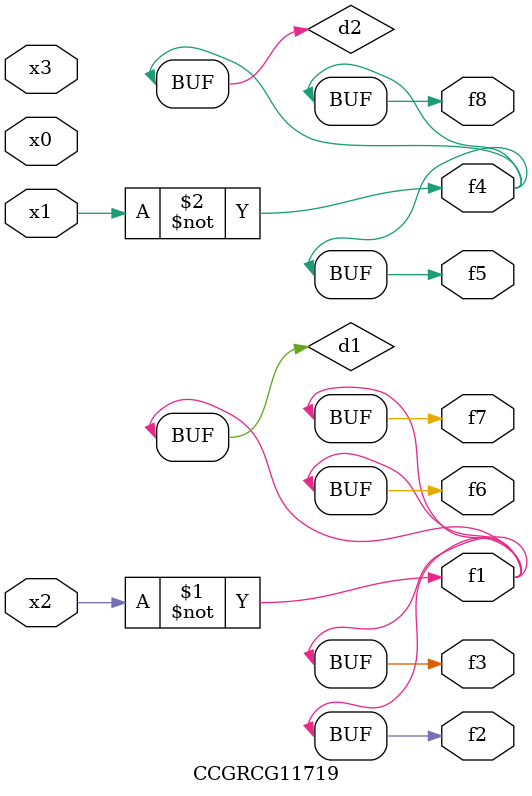
<source format=v>
module CCGRCG11719(
	input x0, x1, x2, x3,
	output f1, f2, f3, f4, f5, f6, f7, f8
);

	wire d1, d2;

	xnor (d1, x2);
	not (d2, x1);
	assign f1 = d1;
	assign f2 = d1;
	assign f3 = d1;
	assign f4 = d2;
	assign f5 = d2;
	assign f6 = d1;
	assign f7 = d1;
	assign f8 = d2;
endmodule

</source>
